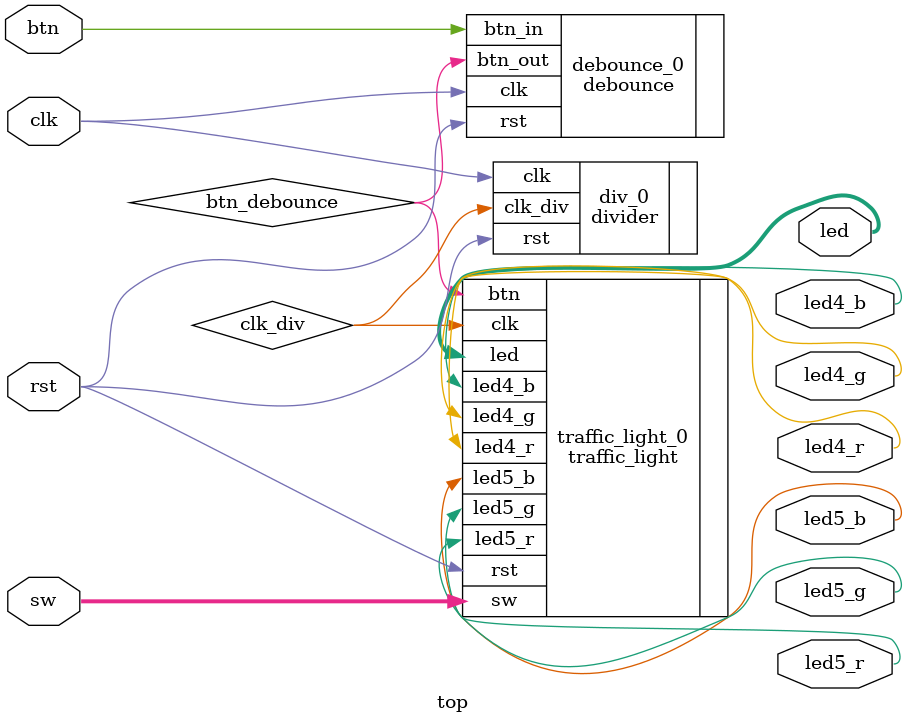
<source format=v>

module top(
    input   clk   ,
    input   rst   ,
    input   [1:0] sw  ,
    input   btn   ,
    output  led4_b   ,
    output  led4_g   ,
    output  led4_r   ,
    output  led5_b   ,
    output  led5_g   ,
    output  led5_r   ,
    output  [3:0] led
    );
    
    wire    clk_div ;
    wire    btn_debounce;
    
    traffic_light traffic_light_0(
    .clk    (clk_div),
    .rst    (rst),
    .sw     (sw),
    .btn    (btn_debounce),
    .led4_b  (led4_b),
    .led4_g  (led4_g),
    .led4_r  (led4_r),
    .led5_b  (led5_b),
    .led5_g  (led5_g),
    .led5_r  (led5_r),
    .led     (led)
    );
    
    divider div_0(
    .clk    (clk),
    .rst    (rst),
    .clk_div    (clk_div)
    );
    
    debounce debounce_0(
    .clk    (clk),
    .rst    (rst),
    .btn_in  (btn),
    .btn_out (btn_debounce)
    );
    
endmodule

</source>
